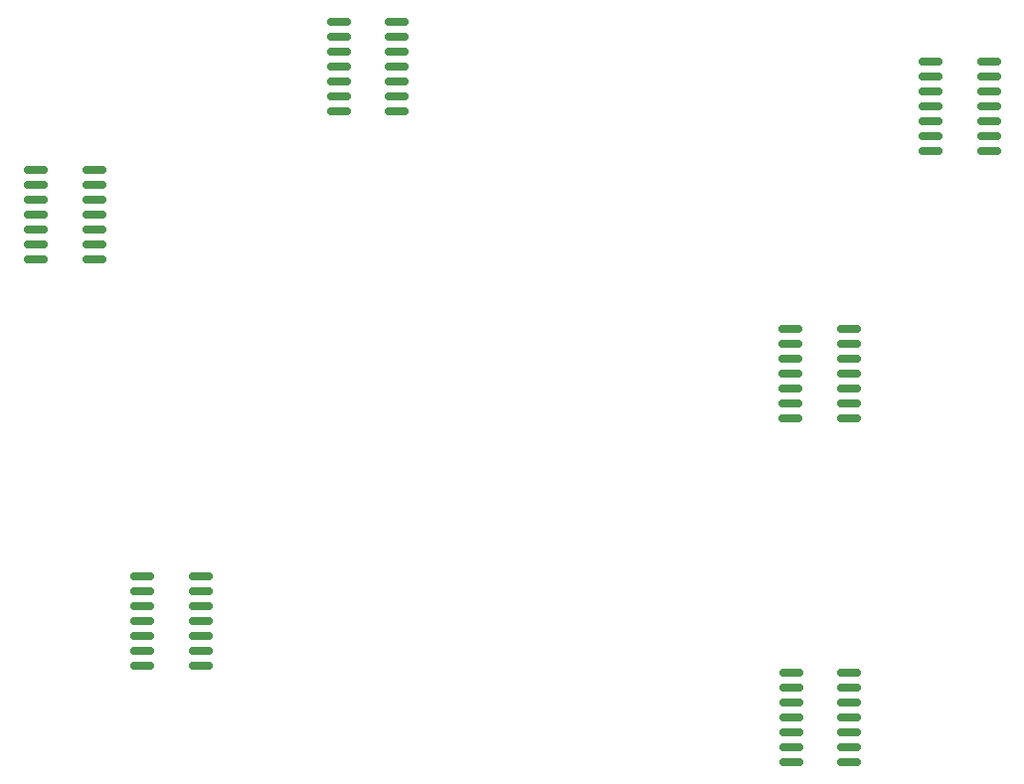
<source format=gbr>
%TF.GenerationSoftware,KiCad,Pcbnew,8.0.0*%
%TF.CreationDate,2025-03-06T18:12:42+01:00*%
%TF.ProjectId,Coincidence_board,436f696e-6369-4646-956e-63655f626f61,rev?*%
%TF.SameCoordinates,Original*%
%TF.FileFunction,Paste,Top*%
%TF.FilePolarity,Positive*%
%FSLAX46Y46*%
G04 Gerber Fmt 4.6, Leading zero omitted, Abs format (unit mm)*
G04 Created by KiCad (PCBNEW 8.0.0) date 2025-03-06 18:12:42*
%MOMM*%
%LPD*%
G01*
G04 APERTURE LIST*
G04 Aperture macros list*
%AMRoundRect*
0 Rectangle with rounded corners*
0 $1 Rounding radius*
0 $2 $3 $4 $5 $6 $7 $8 $9 X,Y pos of 4 corners*
0 Add a 4 corners polygon primitive as box body*
4,1,4,$2,$3,$4,$5,$6,$7,$8,$9,$2,$3,0*
0 Add four circle primitives for the rounded corners*
1,1,$1+$1,$2,$3*
1,1,$1+$1,$4,$5*
1,1,$1+$1,$6,$7*
1,1,$1+$1,$8,$9*
0 Add four rect primitives between the rounded corners*
20,1,$1+$1,$2,$3,$4,$5,0*
20,1,$1+$1,$4,$5,$6,$7,0*
20,1,$1+$1,$6,$7,$8,$9,0*
20,1,$1+$1,$8,$9,$2,$3,0*%
G04 Aperture macros list end*
%ADD10RoundRect,0.150000X-0.825000X-0.150000X0.825000X-0.150000X0.825000X0.150000X-0.825000X0.150000X0*%
G04 APERTURE END LIST*
D10*
%TO.C,U1*%
X162250000Y-89755000D03*
X162250000Y-91025000D03*
X162250000Y-92295000D03*
X162250000Y-93565000D03*
X162250000Y-94835000D03*
X162250000Y-96105000D03*
X162250000Y-97375000D03*
X167200000Y-97375000D03*
X167200000Y-96105000D03*
X167200000Y-94835000D03*
X167200000Y-93565000D03*
X167200000Y-92295000D03*
X167200000Y-91025000D03*
X167200000Y-89755000D03*
%TD*%
%TO.C,U7*%
X226530000Y-103310000D03*
X226530000Y-104580000D03*
X226530000Y-105850000D03*
X226530000Y-107120000D03*
X226530000Y-108390000D03*
X226530000Y-109660000D03*
X226530000Y-110930000D03*
X231480000Y-110930000D03*
X231480000Y-109660000D03*
X231480000Y-108390000D03*
X231480000Y-107120000D03*
X231480000Y-105850000D03*
X231480000Y-104580000D03*
X231480000Y-103310000D03*
%TD*%
%TO.C,U6*%
X188050000Y-77130000D03*
X188050000Y-78400000D03*
X188050000Y-79670000D03*
X188050000Y-80940000D03*
X188050000Y-82210000D03*
X188050000Y-83480000D03*
X188050000Y-84750000D03*
X193000000Y-84750000D03*
X193000000Y-83480000D03*
X193000000Y-82210000D03*
X193000000Y-80940000D03*
X193000000Y-79670000D03*
X193000000Y-78400000D03*
X193000000Y-77130000D03*
%TD*%
%TO.C,U2*%
X171330000Y-124380000D03*
X171330000Y-125650000D03*
X171330000Y-126920000D03*
X171330000Y-128190000D03*
X171330000Y-129460000D03*
X171330000Y-130730000D03*
X171330000Y-132000000D03*
X176280000Y-132000000D03*
X176280000Y-130730000D03*
X176280000Y-129460000D03*
X176280000Y-128190000D03*
X176280000Y-126920000D03*
X176280000Y-125650000D03*
X176280000Y-124380000D03*
%TD*%
%TO.C,U4*%
X226570000Y-132570000D03*
X226570000Y-133840000D03*
X226570000Y-135110000D03*
X226570000Y-136380000D03*
X226570000Y-137650000D03*
X226570000Y-138920000D03*
X226570000Y-140190000D03*
X231520000Y-140190000D03*
X231520000Y-138920000D03*
X231520000Y-137650000D03*
X231520000Y-136380000D03*
X231520000Y-135110000D03*
X231520000Y-133840000D03*
X231520000Y-132570000D03*
%TD*%
%TO.C,U5*%
X238450000Y-80520000D03*
X238450000Y-81790000D03*
X238450000Y-83060000D03*
X238450000Y-84330000D03*
X238450000Y-85600000D03*
X238450000Y-86870000D03*
X238450000Y-88140000D03*
X243400000Y-88140000D03*
X243400000Y-86870000D03*
X243400000Y-85600000D03*
X243400000Y-84330000D03*
X243400000Y-83060000D03*
X243400000Y-81790000D03*
X243400000Y-80520000D03*
%TD*%
M02*

</source>
